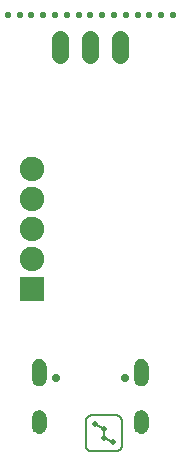
<source format=gbs>
G04 EAGLE Gerber RS-274X export*
G75*
%MOMM*%
%FSLAX34Y34*%
%LPD*%
%INBottom Solder Mask*%
%IPPOS*%
%AMOC8*
5,1,8,0,0,1.08239X$1,22.5*%
G01*
%ADD10C,0.576200*%
%ADD11C,0.464419*%
%ADD12C,0.152400*%
%ADD13C,0.726200*%
%ADD14C,1.397000*%
%ADD15C,2.076200*%
%ADD16R,2.076200X2.076200*%

G36*
X119375Y70366D02*
X119375Y70366D01*
X119381Y70371D01*
X119385Y70368D01*
X120510Y70710D01*
X120515Y70715D01*
X120519Y70713D01*
X121557Y71268D01*
X121560Y71274D01*
X121565Y71273D01*
X122474Y72019D01*
X122476Y72026D01*
X122481Y72026D01*
X123227Y72935D01*
X123227Y72943D01*
X123232Y72943D01*
X123787Y73981D01*
X123786Y73988D01*
X123790Y73990D01*
X123907Y74374D01*
X124101Y75015D01*
X124132Y75115D01*
X124129Y75122D01*
X124134Y75125D01*
X124249Y76295D01*
X124247Y76298D01*
X124249Y76300D01*
X124249Y87300D01*
X124247Y87303D01*
X124249Y87305D01*
X124134Y88475D01*
X124129Y88481D01*
X124132Y88485D01*
X123790Y89610D01*
X123785Y89615D01*
X123787Y89619D01*
X123232Y90657D01*
X123226Y90660D01*
X123227Y90665D01*
X122481Y91574D01*
X122474Y91576D01*
X122474Y91581D01*
X121565Y92327D01*
X121557Y92327D01*
X121557Y92332D01*
X120519Y92887D01*
X120512Y92886D01*
X120510Y92890D01*
X119385Y93232D01*
X119378Y93229D01*
X119375Y93234D01*
X118205Y93349D01*
X118203Y93348D01*
X118203Y93349D01*
X118197Y93349D01*
X118196Y93348D01*
X118195Y93349D01*
X117025Y93234D01*
X117019Y93229D01*
X117015Y93232D01*
X115890Y92890D01*
X115885Y92885D01*
X115881Y92887D01*
X114843Y92332D01*
X114840Y92326D01*
X114835Y92327D01*
X113926Y91581D01*
X113924Y91574D01*
X113919Y91574D01*
X113173Y90665D01*
X113173Y90657D01*
X113168Y90657D01*
X112613Y89619D01*
X112614Y89612D01*
X112610Y89610D01*
X112568Y89472D01*
X112567Y89472D01*
X112373Y88831D01*
X112268Y88485D01*
X112271Y88478D01*
X112266Y88475D01*
X112151Y87305D01*
X112153Y87302D01*
X112151Y87300D01*
X112151Y76300D01*
X112153Y76297D01*
X112151Y76295D01*
X112266Y75125D01*
X112271Y75119D01*
X112268Y75115D01*
X112610Y73990D01*
X112615Y73985D01*
X112613Y73981D01*
X113168Y72943D01*
X113174Y72940D01*
X113173Y72935D01*
X113919Y72026D01*
X113926Y72024D01*
X113926Y72019D01*
X114835Y71273D01*
X114843Y71273D01*
X114843Y71268D01*
X115881Y70713D01*
X115888Y70714D01*
X115890Y70710D01*
X117015Y70368D01*
X117022Y70371D01*
X117025Y70366D01*
X118195Y70251D01*
X118201Y70255D01*
X118205Y70251D01*
X119375Y70366D01*
G37*
G36*
X32975Y70366D02*
X32975Y70366D01*
X32981Y70371D01*
X32985Y70368D01*
X34110Y70710D01*
X34115Y70715D01*
X34119Y70713D01*
X35157Y71268D01*
X35160Y71274D01*
X35165Y71273D01*
X36074Y72019D01*
X36076Y72026D01*
X36081Y72026D01*
X36827Y72935D01*
X36827Y72943D01*
X36832Y72943D01*
X37387Y73981D01*
X37386Y73988D01*
X37390Y73990D01*
X37507Y74374D01*
X37701Y75015D01*
X37732Y75115D01*
X37729Y75122D01*
X37734Y75125D01*
X37849Y76295D01*
X37847Y76298D01*
X37849Y76300D01*
X37849Y87300D01*
X37847Y87303D01*
X37849Y87305D01*
X37734Y88475D01*
X37729Y88481D01*
X37732Y88485D01*
X37390Y89610D01*
X37385Y89615D01*
X37387Y89619D01*
X36832Y90657D01*
X36826Y90660D01*
X36827Y90665D01*
X36081Y91574D01*
X36074Y91576D01*
X36074Y91581D01*
X35165Y92327D01*
X35157Y92327D01*
X35157Y92332D01*
X34119Y92887D01*
X34112Y92886D01*
X34110Y92890D01*
X32985Y93232D01*
X32978Y93229D01*
X32975Y93234D01*
X31805Y93349D01*
X31803Y93348D01*
X31803Y93349D01*
X31797Y93349D01*
X31796Y93348D01*
X31795Y93349D01*
X30625Y93234D01*
X30619Y93229D01*
X30615Y93232D01*
X29490Y92890D01*
X29485Y92885D01*
X29481Y92887D01*
X28443Y92332D01*
X28440Y92326D01*
X28435Y92327D01*
X27526Y91581D01*
X27524Y91574D01*
X27519Y91574D01*
X26773Y90665D01*
X26773Y90657D01*
X26768Y90657D01*
X26213Y89619D01*
X26214Y89612D01*
X26210Y89610D01*
X26168Y89472D01*
X26167Y89472D01*
X25973Y88831D01*
X25868Y88485D01*
X25871Y88478D01*
X25866Y88475D01*
X25751Y87305D01*
X25753Y87302D01*
X25751Y87300D01*
X25751Y76300D01*
X25753Y76297D01*
X25751Y76295D01*
X25866Y75125D01*
X25871Y75119D01*
X25868Y75115D01*
X26210Y73990D01*
X26215Y73985D01*
X26213Y73981D01*
X26768Y72943D01*
X26774Y72940D01*
X26773Y72935D01*
X27519Y72026D01*
X27526Y72024D01*
X27526Y72019D01*
X28435Y71273D01*
X28443Y71273D01*
X28443Y71268D01*
X29481Y70713D01*
X29488Y70714D01*
X29490Y70710D01*
X30615Y70368D01*
X30622Y70371D01*
X30625Y70366D01*
X31795Y70251D01*
X31801Y70255D01*
X31805Y70251D01*
X32975Y70366D01*
G37*
G36*
X32975Y30066D02*
X32975Y30066D01*
X32981Y30071D01*
X32985Y30068D01*
X34110Y30410D01*
X34115Y30415D01*
X34119Y30413D01*
X35157Y30968D01*
X35160Y30974D01*
X35165Y30973D01*
X36074Y31719D01*
X36076Y31726D01*
X36081Y31726D01*
X36827Y32635D01*
X36827Y32643D01*
X36832Y32643D01*
X37387Y33681D01*
X37386Y33688D01*
X37390Y33690D01*
X37507Y34074D01*
X37701Y34715D01*
X37732Y34815D01*
X37729Y34822D01*
X37734Y34825D01*
X37849Y35995D01*
X37847Y35998D01*
X37849Y36000D01*
X37849Y44000D01*
X37847Y44003D01*
X37849Y44005D01*
X37734Y45175D01*
X37729Y45181D01*
X37732Y45185D01*
X37390Y46310D01*
X37385Y46315D01*
X37387Y46319D01*
X36832Y47357D01*
X36826Y47360D01*
X36827Y47365D01*
X36081Y48274D01*
X36074Y48276D01*
X36074Y48281D01*
X35165Y49027D01*
X35157Y49027D01*
X35157Y49032D01*
X34119Y49587D01*
X34112Y49586D01*
X34110Y49590D01*
X32985Y49932D01*
X32978Y49929D01*
X32975Y49934D01*
X31805Y50049D01*
X31799Y50045D01*
X31795Y50049D01*
X30625Y49934D01*
X30619Y49929D01*
X30615Y49932D01*
X29490Y49590D01*
X29485Y49585D01*
X29481Y49587D01*
X28443Y49032D01*
X28440Y49026D01*
X28435Y49027D01*
X27526Y48281D01*
X27524Y48274D01*
X27519Y48274D01*
X26773Y47365D01*
X26773Y47357D01*
X26768Y47357D01*
X26213Y46319D01*
X26214Y46316D01*
X26212Y46315D01*
X26214Y46312D01*
X26210Y46310D01*
X26032Y45724D01*
X26017Y45675D01*
X25868Y45185D01*
X25869Y45183D01*
X25868Y45182D01*
X25870Y45179D01*
X25871Y45178D01*
X25866Y45175D01*
X25751Y44005D01*
X25753Y44002D01*
X25751Y44000D01*
X25751Y36000D01*
X25753Y35997D01*
X25751Y35995D01*
X25866Y34825D01*
X25871Y34819D01*
X25868Y34815D01*
X26210Y33690D01*
X26215Y33685D01*
X26213Y33681D01*
X26768Y32643D01*
X26774Y32640D01*
X26773Y32635D01*
X27519Y31726D01*
X27526Y31724D01*
X27526Y31719D01*
X28435Y30973D01*
X28443Y30973D01*
X28443Y30968D01*
X29481Y30413D01*
X29488Y30414D01*
X29490Y30410D01*
X30615Y30068D01*
X30622Y30071D01*
X30625Y30066D01*
X31795Y29951D01*
X31801Y29955D01*
X31805Y29951D01*
X32975Y30066D01*
G37*
G36*
X119375Y30066D02*
X119375Y30066D01*
X119381Y30071D01*
X119385Y30068D01*
X120510Y30410D01*
X120515Y30415D01*
X120519Y30413D01*
X121557Y30968D01*
X121560Y30974D01*
X121565Y30973D01*
X122474Y31719D01*
X122476Y31726D01*
X122481Y31726D01*
X123227Y32635D01*
X123227Y32643D01*
X123232Y32643D01*
X123787Y33681D01*
X123786Y33688D01*
X123790Y33690D01*
X123907Y34074D01*
X124101Y34715D01*
X124132Y34815D01*
X124129Y34822D01*
X124134Y34825D01*
X124249Y35995D01*
X124247Y35998D01*
X124249Y36000D01*
X124249Y44000D01*
X124247Y44003D01*
X124249Y44005D01*
X124134Y45175D01*
X124129Y45181D01*
X124132Y45185D01*
X123790Y46310D01*
X123785Y46315D01*
X123787Y46319D01*
X123232Y47357D01*
X123226Y47360D01*
X123227Y47365D01*
X122481Y48274D01*
X122474Y48276D01*
X122474Y48281D01*
X121565Y49027D01*
X121557Y49027D01*
X121557Y49032D01*
X120519Y49587D01*
X120512Y49586D01*
X120510Y49590D01*
X119385Y49932D01*
X119378Y49929D01*
X119375Y49934D01*
X118205Y50049D01*
X118199Y50045D01*
X118195Y50049D01*
X117025Y49934D01*
X117019Y49929D01*
X117015Y49932D01*
X115890Y49590D01*
X115885Y49585D01*
X115881Y49587D01*
X114843Y49032D01*
X114840Y49026D01*
X114835Y49027D01*
X113926Y48281D01*
X113924Y48274D01*
X113919Y48274D01*
X113173Y47365D01*
X113173Y47357D01*
X113168Y47357D01*
X112613Y46319D01*
X112614Y46316D01*
X112612Y46315D01*
X112614Y46312D01*
X112610Y46310D01*
X112432Y45724D01*
X112417Y45675D01*
X112268Y45185D01*
X112269Y45183D01*
X112268Y45182D01*
X112270Y45179D01*
X112271Y45178D01*
X112266Y45175D01*
X112151Y44005D01*
X112153Y44002D01*
X112151Y44000D01*
X112151Y36000D01*
X112153Y35997D01*
X112151Y35995D01*
X112266Y34825D01*
X112271Y34819D01*
X112268Y34815D01*
X112610Y33690D01*
X112615Y33685D01*
X112613Y33681D01*
X113168Y32643D01*
X113174Y32640D01*
X113173Y32635D01*
X113919Y31726D01*
X113926Y31724D01*
X113926Y31719D01*
X114835Y30973D01*
X114843Y30973D01*
X114843Y30968D01*
X115881Y30413D01*
X115888Y30414D01*
X115890Y30410D01*
X117015Y30068D01*
X117022Y30071D01*
X117025Y30066D01*
X118195Y29951D01*
X118201Y29955D01*
X118205Y29951D01*
X119375Y30066D01*
G37*
D10*
X145000Y384840D03*
X135000Y384840D03*
X125000Y384840D03*
X115000Y384840D03*
X105000Y384840D03*
X95000Y384840D03*
X85000Y384840D03*
X75000Y384840D03*
X65000Y384840D03*
X55000Y384840D03*
X45000Y384840D03*
X35000Y384840D03*
X25000Y384840D03*
X15000Y384840D03*
X5000Y384840D03*
D11*
X86384Y26706D03*
X94004Y22896D03*
X86384Y34326D03*
X78764Y38136D03*
D12*
X86384Y34326D01*
X86384Y26706D01*
X94004Y22896D01*
X71120Y20320D02*
X71120Y40640D01*
X71120Y20320D02*
X71122Y20180D01*
X71128Y20040D01*
X71137Y19900D01*
X71151Y19761D01*
X71168Y19622D01*
X71189Y19484D01*
X71214Y19346D01*
X71243Y19209D01*
X71275Y19073D01*
X71312Y18938D01*
X71352Y18804D01*
X71395Y18671D01*
X71443Y18539D01*
X71493Y18408D01*
X71548Y18279D01*
X71606Y18152D01*
X71667Y18026D01*
X71732Y17902D01*
X71801Y17780D01*
X71872Y17660D01*
X71947Y17542D01*
X72025Y17425D01*
X72107Y17311D01*
X72191Y17200D01*
X72279Y17091D01*
X72369Y16984D01*
X72463Y16879D01*
X72559Y16778D01*
X72658Y16679D01*
X72759Y16583D01*
X72864Y16489D01*
X72971Y16399D01*
X73080Y16311D01*
X73191Y16227D01*
X73305Y16145D01*
X73422Y16067D01*
X73540Y15992D01*
X73660Y15921D01*
X73782Y15852D01*
X73906Y15787D01*
X74032Y15726D01*
X74159Y15668D01*
X74288Y15613D01*
X74419Y15563D01*
X74551Y15515D01*
X74684Y15472D01*
X74818Y15432D01*
X74953Y15395D01*
X75089Y15363D01*
X75226Y15334D01*
X75364Y15309D01*
X75502Y15288D01*
X75641Y15271D01*
X75780Y15257D01*
X75920Y15248D01*
X76060Y15242D01*
X76200Y15240D01*
X96520Y15240D01*
X96660Y15242D01*
X96800Y15248D01*
X96940Y15257D01*
X97079Y15271D01*
X97218Y15288D01*
X97356Y15309D01*
X97494Y15334D01*
X97631Y15363D01*
X97767Y15395D01*
X97902Y15432D01*
X98036Y15472D01*
X98169Y15515D01*
X98301Y15563D01*
X98432Y15613D01*
X98561Y15668D01*
X98688Y15726D01*
X98814Y15787D01*
X98938Y15852D01*
X99060Y15921D01*
X99180Y15992D01*
X99298Y16067D01*
X99415Y16145D01*
X99529Y16227D01*
X99640Y16311D01*
X99749Y16399D01*
X99856Y16489D01*
X99961Y16583D01*
X100062Y16679D01*
X100161Y16778D01*
X100257Y16879D01*
X100351Y16984D01*
X100441Y17091D01*
X100529Y17200D01*
X100613Y17311D01*
X100695Y17425D01*
X100773Y17542D01*
X100848Y17660D01*
X100919Y17780D01*
X100988Y17902D01*
X101053Y18026D01*
X101114Y18152D01*
X101172Y18279D01*
X101227Y18408D01*
X101277Y18539D01*
X101325Y18671D01*
X101368Y18804D01*
X101408Y18938D01*
X101445Y19073D01*
X101477Y19209D01*
X101506Y19346D01*
X101531Y19484D01*
X101552Y19622D01*
X101569Y19761D01*
X101583Y19900D01*
X101592Y20040D01*
X101598Y20180D01*
X101600Y20320D01*
X101600Y40640D01*
X101598Y40780D01*
X101592Y40920D01*
X101583Y41060D01*
X101569Y41199D01*
X101552Y41338D01*
X101531Y41476D01*
X101506Y41614D01*
X101477Y41751D01*
X101445Y41887D01*
X101408Y42022D01*
X101368Y42156D01*
X101325Y42289D01*
X101277Y42421D01*
X101227Y42552D01*
X101172Y42681D01*
X101114Y42808D01*
X101053Y42934D01*
X100988Y43058D01*
X100919Y43180D01*
X100848Y43300D01*
X100773Y43418D01*
X100695Y43535D01*
X100613Y43649D01*
X100529Y43760D01*
X100441Y43869D01*
X100351Y43976D01*
X100257Y44081D01*
X100161Y44182D01*
X100062Y44281D01*
X99961Y44377D01*
X99856Y44471D01*
X99749Y44561D01*
X99640Y44649D01*
X99529Y44733D01*
X99415Y44815D01*
X99298Y44893D01*
X99180Y44968D01*
X99060Y45039D01*
X98938Y45108D01*
X98814Y45173D01*
X98688Y45234D01*
X98561Y45292D01*
X98432Y45347D01*
X98301Y45397D01*
X98169Y45445D01*
X98036Y45488D01*
X97902Y45528D01*
X97767Y45565D01*
X97631Y45597D01*
X97494Y45626D01*
X97356Y45651D01*
X97218Y45672D01*
X97079Y45689D01*
X96940Y45703D01*
X96800Y45712D01*
X96660Y45718D01*
X96520Y45720D01*
X76200Y45720D01*
X76060Y45718D01*
X75920Y45712D01*
X75780Y45703D01*
X75641Y45689D01*
X75502Y45672D01*
X75364Y45651D01*
X75226Y45626D01*
X75089Y45597D01*
X74953Y45565D01*
X74818Y45528D01*
X74684Y45488D01*
X74551Y45445D01*
X74419Y45397D01*
X74288Y45347D01*
X74159Y45292D01*
X74032Y45234D01*
X73906Y45173D01*
X73782Y45108D01*
X73660Y45039D01*
X73540Y44968D01*
X73422Y44893D01*
X73305Y44815D01*
X73191Y44733D01*
X73080Y44649D01*
X72971Y44561D01*
X72864Y44471D01*
X72759Y44377D01*
X72658Y44281D01*
X72559Y44182D01*
X72463Y44081D01*
X72369Y43976D01*
X72279Y43869D01*
X72191Y43760D01*
X72107Y43649D01*
X72025Y43535D01*
X71947Y43418D01*
X71872Y43300D01*
X71801Y43180D01*
X71732Y43058D01*
X71667Y42934D01*
X71606Y42808D01*
X71548Y42681D01*
X71493Y42552D01*
X71443Y42421D01*
X71395Y42289D01*
X71352Y42156D01*
X71312Y42022D01*
X71275Y41887D01*
X71243Y41751D01*
X71214Y41614D01*
X71189Y41476D01*
X71168Y41338D01*
X71151Y41199D01*
X71137Y41060D01*
X71128Y40920D01*
X71122Y40780D01*
X71120Y40640D01*
D13*
X103900Y76800D03*
X46100Y76800D03*
D14*
X49600Y350896D02*
X49600Y364104D01*
X75000Y364104D02*
X75000Y350896D01*
X100400Y350896D02*
X100400Y364104D01*
D15*
X25400Y254000D03*
X25400Y228600D03*
X25400Y203200D03*
X25400Y177800D03*
D16*
X25400Y152400D03*
M02*

</source>
